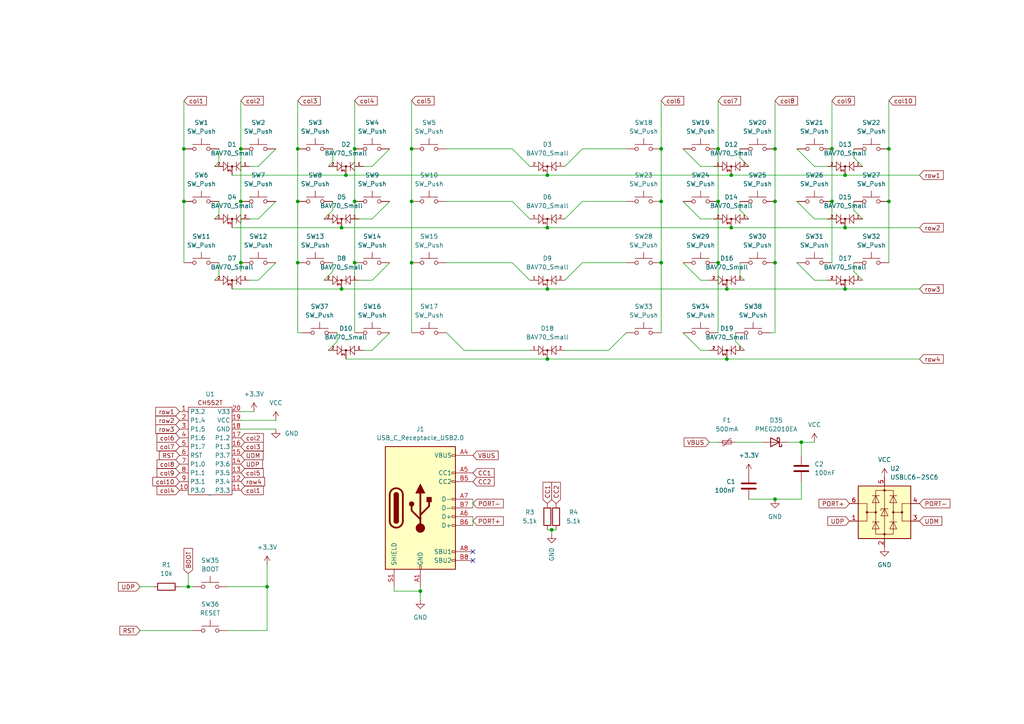
<source format=kicad_sch>
(kicad_sch (version 20230121) (generator eeschema)
  (paper "A4")
  (lib_symbols
    (symbol "Connector:USB_C_Receptacle_USB2.0" (pin_names (offset 1.016))
      (property "Reference" "J" (at -10.16 19.05 0))
      (property "Value" "USB_C_Receptacle_USB2.0" (at 19.05 19.05 0))
      (symbol "USB_C_Receptacle_USB2.0_0_0"
        (rectangle (start -0.254 -17.78) (end 0.254 -16.764))
        (rectangle (start 10.16 -14.986) (end 9.144 -15.494))
        (rectangle (start 10.16 -12.446) (end 9.144 -12.954))
        (rectangle (start 10.16 -4.826) (end 9.144 -5.334))
        (rectangle (start 10.16 -2.286) (end 9.144 -2.794))
        (rectangle (start 10.16 0.254) (end 9.144 -0.254))
        (rectangle (start 10.16 2.794) (end 9.144 2.286))
        (rectangle (start 10.16 7.874) (end 9.144 7.366))
        (rectangle (start 10.16 10.414) (end 9.144 9.906))
        (rectangle (start 10.16 15.494) (end 9.144 14.986))
      )
      (symbol "USB_C_Receptacle_USB2.0_0_1"
        (rectangle (start -10.16 17.78) (end 10.16 -17.78) (stroke (width 0.254)) (fill (type background)))
        (arc (start -8.89 -3.81) (mid -6.985 -5.7067) (end -5.08 -3.81) (stroke (width 0.508)))
        (arc (start -7.62 -3.81) (mid -6.985 -4.4423) (end -6.35 -3.81) (stroke (width 0.254)))
        (arc (start -7.62 -3.81) (mid -6.985 -4.4423) (end -6.35 -3.81) (stroke (width 0.254)) (fill (type outline)))
        (rectangle (start -7.62 -3.81) (end -6.35 3.81) (stroke (width 0.254)) (fill (type outline)))
        (arc (start -6.35 3.81) (mid -6.985 4.4423) (end -7.62 3.81) (stroke (width 0.254)))
        (arc (start -6.35 3.81) (mid -6.985 4.4423) (end -7.62 3.81) (stroke (width 0.254)) (fill (type outline)))
        (arc (start -5.08 3.81) (mid -6.985 5.7067) (end -8.89 3.81) (stroke (width 0.508)))
        (circle (center -2.54 1.143) (radius 0.635) (stroke (width 0.254)) (fill (type outline)))
        (circle (center 0 -5.842) (radius 1.27) (fill (type outline)))
        (polyline (pts (xy -8.89 -3.81) (xy -8.89 3.81)) (stroke (width 0.508)))
        (polyline (pts (xy -5.08 3.81) (xy -5.08 -3.81)) (stroke (width 0.508)))
        (polyline (pts (xy 0 -5.842) (xy 0 4.318)) (stroke (width 0.508)))
        (polyline (pts (xy 0 -3.302) (xy -2.54 -0.762) (xy -2.54 0.508)) (stroke (width 0.508)))
        (polyline (pts (xy 0 -2.032) (xy 2.54 0.508) (xy 2.54 1.778)) (stroke (width 0.508)))
        (polyline (pts (xy -1.27 4.318) (xy 0 6.858) (xy 1.27 4.318) (xy -1.27 4.318)) (stroke (width 0.254)) (fill (type outline)))
        (rectangle (start 1.905 1.778) (end 3.175 3.048) (stroke (width 0.254)) (fill (type outline)))
      )
      (symbol "USB_C_Receptacle_USB2.0_1_1"
        (pin passive line (at 0 -22.86 90) (length 5.08) (name "GND") (number "A1"))
        (pin passive line (at 0 -22.86 90) (length 5.08) hide (name "GND") (number "A12"))
        (pin passive line (at 15.24 15.24 180) (length 5.08) (name "VBUS") (number "A4"))
        (pin bidirectional line (at 15.24 10.16 180) (length 5.08) (name "CC1") (number "A5"))
        (pin bidirectional line (at 15.24 -2.54 180) (length 5.08) (name "D+") (number "A6"))
        (pin bidirectional line (at 15.24 2.54 180) (length 5.08) (name "D-") (number "A7"))
        (pin bidirectional line (at 15.24 -12.7 180) (length 5.08) (name "SBU1") (number "A8"))
        (pin passive line (at 15.24 15.24 180) (length 5.08) hide (name "VBUS") (number "A9"))
        (pin passive line (at 0 -22.86 90) (length 5.08) hide (name "GND") (number "B1"))
        (pin passive line (at 0 -22.86 90) (length 5.08) hide (name "GND") (number "B12"))
        (pin passive line (at 15.24 15.24 180) (length 5.08) hide (name "VBUS") (number "B4"))
        (pin bidirectional line (at 15.24 7.62 180) (length 5.08) (name "CC2") (number "B5"))
        (pin bidirectional line (at 15.24 -5.08 180) (length 5.08) (name "D+") (number "B6"))
        (pin bidirectional line (at 15.24 0 180) (length 5.08) (name "D-") (number "B7"))
        (pin bidirectional line (at 15.24 -15.24 180) (length 5.08) (name "SBU2") (number "B8"))
        (pin passive line (at 15.24 15.24 180) (length 5.08) hide (name "VBUS") (number "B9"))
        (pin passive line (at -7.62 -22.86 90) (length 5.08) (name "SHIELD") (number "S1"))
      )
    )
    (symbol "Device:C" (pin_numbers hide) (pin_names (offset 0.254))
      (property "Reference" "C" (at 0.635 2.54 0))
      (property "Value" "C" (at 0.635 -2.54 0))
      (symbol "C_0_1"
        (polyline (pts (xy -2.032 -0.762) (xy 2.032 -0.762)) (stroke (width 0.508)))
        (polyline (pts (xy -2.032 0.762) (xy 2.032 0.762)) (stroke (width 0.508)))
      )
      (symbol "C_1_1"
        (pin passive line (at 0 3.81 270) (length 2.794) (name "~") (number "1"))
        (pin passive line (at 0 -3.81 90) (length 2.794) (name "~") (number "2"))
      )
    )
    (symbol "Device:D_Schottky" (pin_numbers hide) (pin_names (offset 1.016) hide)
      (property "Reference" "D" (at 0 2.54 0))
      (property "Value" "D_Schottky" (at 0 -2.54 0))
      (symbol "D_Schottky_0_1"
        (polyline (pts (xy 1.27 0) (xy -1.27 0)))
        (polyline (pts (xy 1.27 1.27) (xy 1.27 -1.27) (xy -1.27 0) (xy 1.27 1.27)) (stroke (width 0.254)))
        (polyline (pts (xy -1.905 0.635) (xy -1.905 1.27) (xy -1.27 1.27) (xy -1.27 -1.27) (xy -0.635 -1.27) (xy -0.635 -0.635)) (stroke (width 0.254)))
      )
      (symbol "D_Schottky_1_1"
        (pin passive line (at -3.81 0 0) (length 2.54) (name "K") (number "1"))
        (pin passive line (at 3.81 0 180) (length 2.54) (name "A") (number "2"))
      )
    )
    (symbol "Device:Polyfuse_Small" (pin_numbers hide) (pin_names (offset 0))
      (property "Reference" "F" (at -1.905 0 90))
      (property "Value" "Polyfuse_Small" (at 1.905 0 90))
      (symbol "Polyfuse_Small_0_1"
        (rectangle (start -0.508 1.27) (end 0.508 -1.27))
        (polyline (pts (xy 0 2.54) (xy 0 -2.54)))
        (polyline (pts (xy -1.016 1.27) (xy -1.016 0.762) (xy 1.016 -0.762) (xy 1.016 -1.27)))
      )
      (symbol "Polyfuse_Small_1_1"
        (pin passive line (at 0 2.54 270) (length 0.635) (name "~") (number "1"))
        (pin passive line (at 0 -2.54 90) (length 0.635) (name "~") (number "2"))
      )
    )
    (symbol "Device:R" (pin_numbers hide) (pin_names (offset 0))
      (property "Reference" "R" (at 2.032 0 90))
      (property "Value" "R" (at 0 0 90))
      (symbol "R_0_1"
        (rectangle (start -1.016 -2.54) (end 1.016 2.54) (stroke (width 0.254)))
      )
      (symbol "R_1_1"
        (pin passive line (at 0 3.81 270) (length 1.27) (name "~") (number "1"))
        (pin passive line (at 0 -3.81 90) (length 1.27) (name "~") (number "2"))
      )
    )
    (symbol "PCM_marbastlib-various:BAV70_Small" (pin_names (offset 0.762) hide)
      (property "Reference" "D" (at 0.635 -2.54 0))
      (property "Value" "BAV70_Small" (at 0 2.54 0))
      (symbol "BAV70_Small_0_1"
        (polyline (pts (xy -1.27 1.27) (xy -1.27 -1.27)))
        (polyline (pts (xy 1.27 0) (xy -1.27 0)))
        (polyline (pts (xy 1.27 1.27) (xy 1.27 -1.27)))
        (polyline (pts (xy -2.54 1.27) (xy -2.54 -1.27) (xy -1.27 0) (xy -2.54 1.27)))
        (polyline (pts (xy 2.54 1.27) (xy 2.54 -1.27) (xy 1.27 0) (xy 2.54 1.27)))
        (circle (center 0 0) (radius 0.254) (fill (type outline)))
      )
      (symbol "BAV70_Small_1_1"
        (pin input line (at -5.08 0 0) (length 2.54) (name "A1") (number "1"))
        (pin input line (at 5.08 0 180) (length 2.54) (name "A2") (number "2"))
        (pin passive line (at 0 -2.54 90) (length 2.54) (name "K") (number "3"))
      )
    )
    (symbol "Power_Protection:USBLC6-2SC6" (pin_names hide)
      (property "Reference" "U" (at 2.54 8.89 0))
      (property "Value" "USBLC6-2SC6" (at 2.54 -8.89 0))
      (symbol "USBLC6-2SC6_0_1"
        (rectangle (start -7.62 -7.62) (end 7.62 7.62) (stroke (width 0.254)) (fill (type background)))
        (circle (center -5.08 0) (radius 0.254) (fill (type outline)))
        (circle (center -2.54 0) (radius 0.254) (fill (type outline)))
        (rectangle (start -2.54 6.35) (end 2.54 -6.35))
        (circle (center 0 -6.35) (radius 0.254) (fill (type outline)))
        (polyline (pts (xy -5.08 -2.54) (xy -7.62 -2.54)))
        (polyline (pts (xy -5.08 0) (xy -5.08 -2.54)))
        (polyline (pts (xy -5.08 2.54) (xy -7.62 2.54)))
        (polyline (pts (xy -1.524 -2.794) (xy -3.556 -2.794)))
        (polyline (pts (xy -1.524 4.826) (xy -3.556 4.826)))
        (polyline (pts (xy 0 -7.62) (xy 0 -6.35)))
        (polyline (pts (xy 0 -6.35) (xy 0 1.27)))
        (polyline (pts (xy 0 1.27) (xy 0 6.35)))
        (polyline (pts (xy 0 6.35) (xy 0 7.62)))
        (polyline (pts (xy 1.524 -2.794) (xy 3.556 -2.794)))
        (polyline (pts (xy 1.524 4.826) (xy 3.556 4.826)))
        (polyline (pts (xy 5.08 -2.54) (xy 7.62 -2.54)))
        (polyline (pts (xy 5.08 0) (xy 5.08 -2.54)))
        (polyline (pts (xy 5.08 2.54) (xy 7.62 2.54)))
        (polyline (pts (xy -2.54 0) (xy -5.08 0) (xy -5.08 2.54)))
        (polyline (pts (xy 2.54 0) (xy 5.08 0) (xy 5.08 2.54)))
        (polyline (pts (xy -3.556 -4.826) (xy -1.524 -4.826) (xy -2.54 -2.794) (xy -3.556 -4.826)))
        (polyline (pts (xy -3.556 2.794) (xy -1.524 2.794) (xy -2.54 4.826) (xy -3.556 2.794)))
        (polyline (pts (xy -1.016 -1.016) (xy 1.016 -1.016) (xy 0 1.016) (xy -1.016 -1.016)))
        (polyline (pts (xy 1.016 1.016) (xy 0.762 1.016) (xy -1.016 1.016) (xy -1.016 0.508)))
        (polyline (pts (xy 3.556 -4.826) (xy 1.524 -4.826) (xy 2.54 -2.794) (xy 3.556 -4.826)))
        (polyline (pts (xy 3.556 2.794) (xy 1.524 2.794) (xy 2.54 4.826) (xy 3.556 2.794)))
        (circle (center 0 6.35) (radius 0.254) (fill (type outline)))
        (circle (center 2.54 0) (radius 0.254) (fill (type outline)))
        (circle (center 5.08 0) (radius 0.254) (fill (type outline)))
      )
      (symbol "USBLC6-2SC6_1_1"
        (pin passive line (at -10.16 -2.54 0) (length 2.54) (name "I/O1") (number "1"))
        (pin passive line (at 0 -10.16 90) (length 2.54) (name "GND") (number "2"))
        (pin passive line (at 10.16 -2.54 180) (length 2.54) (name "I/O2") (number "3"))
        (pin passive line (at 10.16 2.54 180) (length 2.54) (name "I/O2") (number "4"))
        (pin passive line (at 0 10.16 270) (length 2.54) (name "VBUS") (number "5"))
        (pin passive line (at -10.16 2.54 0) (length 2.54) (name "I/O1") (number "6"))
      )
    )
    (symbol "Switch:SW_Push" (pin_numbers hide) (pin_names (offset 1.016) hide)
      (property "Reference" "SW" (at 1.27 2.54 0))
      (property "Value" "SW_Push" (at 0 -1.524 0))
      (symbol "SW_Push_0_1"
        (circle (center -2.032 0) (radius 0.508))
        (polyline (pts (xy 0 1.27) (xy 0 3.048)))
        (polyline (pts (xy 2.54 1.27) (xy -2.54 1.27)))
        (circle (center 2.032 0) (radius 0.508))
        (pin passive line (at -5.08 0 0) (length 2.54) (name "1") (number "1"))
        (pin passive line (at 5.08 0 180) (length 2.54) (name "2") (number "2"))
      )
    )
    (symbol "apfel:mcu_ch552t_tssop-20"
      (property "Reference" "U1" (at 0 16.51 0))
      (property "Value" "~" (at 0 -12.7 0))
      (symbol "mcu_ch552t_tssop-20_0_1"
        (rectangle (start -6.35 12.7) (end 6.35 -12.7))
      )
      (symbol "mcu_ch552t_tssop-20_1_1"
        (text "CH552T\n" (at 0 13.97 0) (effects (font (size 1.27 1.27))))
        (pin input line (at -8.89 11.43 0) (length 2.54) (name "P3.2") (number "1"))
        (pin input line (at -8.89 -11.43 0) (length 2.54) (name "P3.0") (number "10"))
        (pin input line (at 8.89 -11.43 180) (length 2.54) (name "P3.3") (number "11"))
        (pin input line (at 8.89 -8.89 180) (length 2.54) (name "P3.4") (number "12"))
        (pin input line (at 8.89 -6.35 180) (length 2.54) (name "P3.5") (number "13"))
        (pin input line (at 8.89 -3.81 180) (length 2.54) (name "P3.6") (number "14"))
        (pin input line (at 8.89 -1.27 180) (length 2.54) (name "P3.7") (number "15"))
        (pin input line (at 8.89 1.27 180) (length 2.54) (name "P1.3") (number "16"))
        (pin input line (at 8.89 3.81 180) (length 2.54) (name "P1.2") (number "17"))
        (pin input line (at 8.89 6.35 180) (length 2.54) (name "GND") (number "18"))
        (pin input line (at 8.89 8.89 180) (length 2.54) (name "VCC") (number "19"))
        (pin input line (at -8.89 8.89 0) (length 2.54) (name "P1.4") (number "2"))
        (pin input line (at 8.89 11.43 180) (length 2.54) (name "V33") (number "20"))
        (pin input line (at -8.89 6.35 0) (length 2.54) (name "P1.5") (number "3"))
        (pin input line (at -8.89 3.81 0) (length 2.54) (name "P1.6") (number "4"))
        (pin input line (at -8.89 1.27 0) (length 2.54) (name "P1.7") (number "5"))
        (pin input line (at -8.89 -1.27 0) (length 2.54) (name "RST") (number "6"))
        (pin input line (at -8.89 -3.81 0) (length 2.54) (name "P1.0") (number "7"))
        (pin input line (at -8.89 -6.35 0) (length 2.54) (name "P1.1") (number "8"))
        (pin input line (at -8.89 -8.89 0) (length 2.54) (name "P3.1") (number "9"))
      )
    )
    (symbol "power:+3.3V" (power) (pin_names (offset 0))
      (property "Value" "+3.3V" (at 0 3.556 0))
      (symbol "+3.3V_0_1"
        (polyline (pts (xy -0.762 1.27) (xy 0 2.54)))
        (polyline (pts (xy 0 0) (xy 0 2.54)))
        (polyline (pts (xy 0 2.54) (xy 0.762 1.27)))
      )
      (symbol "+3.3V_1_1"
        (pin power_in line (at 0 0 90) (length 0) hide (name "+3.3V") (number "1"))
      )
    )
    (symbol "power:GND" (power) (pin_names (offset 0))
      (property "Value" "GND" (at 0 -3.81 0))
      (symbol "GND_0_1"
        (polyline (pts (xy 0 0) (xy 0 -1.27) (xy 1.27 -1.27) (xy 0 -2.54) (xy -1.27 -1.27) (xy 0 -1.27)))
      )
      (symbol "GND_1_1"
        (pin power_in line (at 0 0 270) (length 0) hide (name "GND") (number "1"))
      )
    )
    (symbol "power:VCC" (power) (pin_names (offset 0))
      (property "Value" "VCC" (at 0 3.81 0))
      (symbol "VCC_0_1"
        (polyline (pts (xy -0.762 1.27) (xy 0 2.54)))
        (polyline (pts (xy 0 0) (xy 0 2.54)))
        (polyline (pts (xy 0 2.54) (xy 0.762 1.27)))
      )
      (symbol "VCC_1_1"
        (pin power_in line (at 0 0 90) (length 0) hide (name "VCC") (number "1"))
      )
    )
  )
  (junction (at 210.82 104.14))
  (junction (at 160.02 153.67))
  (junction (at 241.3 58.42))
  (junction (at 53.34 58.42))
  (junction (at 191.77 58.42))
  (junction (at 245.11 83.82))
  (junction (at 210.82 83.82))
  (junction (at 69.85 58.42))
  (junction (at 69.85 43.18))
  (junction (at 53.34 43.18))
  (junction (at 119.38 76.2))
  (junction (at 224.79 144.78))
  (junction (at 86.36 76.2))
  (junction (at 86.36 58.42))
  (junction (at 241.3 43.18))
  (junction (at 191.77 43.18))
  (junction (at 102.87 76.2))
  (junction (at 102.87 43.18))
  (junction (at 208.28 58.42))
  (junction (at 208.28 43.18))
  (junction (at 54.61 170.18))
  (junction (at 232.41 128.27))
  (junction (at 158.75 104.14))
  (junction (at 224.79 76.2))
  (junction (at 69.85 76.2))
  (junction (at 224.79 58.42))
  (junction (at 191.77 76.2))
  (junction (at 119.38 43.18))
  (junction (at 99.06 83.82))
  (junction (at 86.36 43.18))
  (junction (at 212.09 50.8))
  (junction (at 158.75 83.82))
  (junction (at 102.87 58.42))
  (junction (at 100.33 50.8))
  (junction (at 245.11 50.8))
  (junction (at 158.75 50.8))
  (junction (at 158.75 66.04))
  (junction (at 245.11 66.04))
  (junction (at 257.81 43.18))
  (junction (at 208.28 76.2))
  (junction (at 257.81 58.42))
  (junction (at 77.47 170.18))
  (junction (at 224.79 43.18))
  (junction (at 212.09 66.04))
  (junction (at 99.06 66.04))
  (junction (at 121.92 171.45))
  (junction (at 119.38 58.42))
  (no_connect (at 137.16 160.02))
  (no_connect (at 137.16 162.56))
  (wire (pts (xy 247.65 60.96) (xy 250.19 63.5)))
  (wire (pts (xy 129.54 76.2) (xy 148.59 76.2)))
  (wire (pts (xy 72.39 81.28) (xy 74.93 81.28)))
  (wire (pts (xy 77.47 170.18) (xy 77.47 182.88)))
  (wire (pts (xy 102.87 43.18) (xy 102.87 58.42)))
  (wire (pts (xy 69.85 29.21) (xy 69.85 43.18)))
  (wire (pts (xy 107.95 81.28) (xy 113.03 76.2)))
  (wire (pts (xy 63.5 80.01) (xy 62.23 81.28)))
  (wire (pts (xy 213.36 96.52) (xy 213.36 99.06)))
  (wire (pts (xy 102.87 76.2) (xy 102.87 96.52)))
  (wire (pts (xy 69.85 121.92) (xy 80.01 121.92)))
  (wire (pts (xy 240.03 63.5) (xy 236.22 63.5)))
  (wire (pts (xy 241.3 29.21) (xy 241.3 43.18)))
  (wire (pts (xy 168.91 58.42) (xy 181.61 58.42)))
  (wire (pts (xy 214.63 45.72) (xy 217.17 48.26)))
  (wire (pts (xy 210.82 104.14) (xy 266.7 104.14)))
  (wire (pts (xy 158.75 83.82) (xy 210.82 83.82)))
  (wire (pts (xy 77.47 163.83) (xy 77.47 170.18)))
  (wire (pts (xy 54.61 170.18) (xy 55.88 170.18)))
  (wire (pts (xy 247.65 78.74) (xy 250.19 81.28)))
  (wire (pts (xy 100.33 104.14) (xy 158.75 104.14)))
  (wire (pts (xy 257.81 29.21) (xy 257.81 43.18)))
  (wire (pts (xy 207.01 63.5) (xy 203.2 63.5)))
  (wire (pts (xy 176.53 101.6) (xy 181.61 96.52)))
  (wire (pts (xy 96.52 76.2) (xy 96.52 78.74)))
  (wire (pts (xy 63.5 58.42) (xy 63.5 62.23)))
  (wire (pts (xy 160.02 153.67) (xy 160.02 154.94)))
  (wire (pts (xy 80.01 124.46) (xy 69.85 124.46)))
  (wire (pts (xy 214.63 60.96) (xy 217.17 63.5)))
  (wire (pts (xy 40.64 182.88) (xy 55.88 182.88)))
  (wire (pts (xy 53.34 58.42) (xy 53.34 76.2)))
  (wire (pts (xy 245.11 50.8) (xy 266.7 50.8)))
  (wire (pts (xy 96.52 43.18) (xy 96.52 46.99)))
  (wire (pts (xy 214.63 76.2) (xy 214.63 80.01)))
  (wire (pts (xy 191.77 58.42) (xy 191.77 76.2)))
  (wire (pts (xy 168.91 43.18) (xy 163.83 48.26)))
  (wire (pts (xy 208.28 58.42) (xy 208.28 76.2)))
  (wire (pts (xy 119.38 43.18) (xy 119.38 58.42)))
  (wire (pts (xy 86.36 29.21) (xy 86.36 43.18)))
  (wire (pts (xy 86.36 43.18) (xy 86.36 58.42)))
  (wire (pts (xy 212.09 50.8) (xy 245.11 50.8)))
  (wire (pts (xy 69.85 119.38) (xy 73.66 119.38)))
  (wire (pts (xy 205.74 101.6) (xy 203.2 101.6)))
  (wire (pts (xy 158.75 50.8) (xy 212.09 50.8)))
  (wire (pts (xy 53.34 43.18) (xy 53.34 58.42)))
  (wire (pts (xy 224.79 76.2) (xy 224.79 96.52)))
  (wire (pts (xy 203.2 48.26) (xy 198.12 43.18)))
  (wire (pts (xy 247.65 45.72) (xy 250.19 48.26)))
  (wire (pts (xy 121.92 170.18) (xy 121.92 171.45)))
  (wire (pts (xy 102.87 29.21) (xy 102.87 43.18)))
  (wire (pts (xy 99.06 66.04) (xy 158.75 66.04)))
  (wire (pts (xy 67.31 66.04) (xy 99.06 66.04)))
  (wire (pts (xy 210.82 83.82) (xy 245.11 83.82)))
  (wire (pts (xy 97.79 96.52) (xy 97.79 99.06)))
  (wire (pts (xy 203.2 63.5) (xy 198.12 58.42)))
  (wire (pts (xy 107.95 101.6) (xy 113.03 96.52)))
  (wire (pts (xy 86.36 58.42) (xy 86.36 76.2)))
  (wire (pts (xy 119.38 29.21) (xy 119.38 43.18)))
  (wire (pts (xy 168.91 76.2) (xy 181.61 76.2)))
  (wire (pts (xy 96.52 60.96) (xy 93.98 63.5)))
  (wire (pts (xy 257.81 43.18) (xy 257.81 58.42)))
  (wire (pts (xy 205.74 81.28) (xy 203.2 81.28)))
  (wire (pts (xy 228.6 128.27) (xy 232.41 128.27)))
  (wire (pts (xy 214.63 80.01) (xy 215.9 81.28)))
  (wire (pts (xy 214.63 43.18) (xy 214.63 45.72)))
  (wire (pts (xy 114.3 171.45) (xy 121.92 171.45)))
  (wire (pts (xy 96.52 58.42) (xy 96.52 60.96)))
  (wire (pts (xy 168.91 43.18) (xy 181.61 43.18)))
  (wire (pts (xy 129.54 43.18) (xy 148.59 43.18)))
  (wire (pts (xy 96.52 46.99) (xy 95.25 48.26)))
  (wire (pts (xy 40.64 170.18) (xy 44.45 170.18)))
  (wire (pts (xy 148.59 58.42) (xy 153.67 63.5)))
  (wire (pts (xy 74.93 81.28) (xy 80.01 76.2)))
  (wire (pts (xy 74.93 63.5) (xy 80.01 58.42)))
  (wire (pts (xy 217.17 144.78) (xy 224.79 144.78)))
  (wire (pts (xy 168.91 76.2) (xy 163.83 81.28)))
  (wire (pts (xy 69.85 76.2) (xy 69.85 78.74)))
  (wire (pts (xy 121.92 171.45) (xy 121.92 173.99)))
  (wire (pts (xy 224.79 58.42) (xy 224.79 76.2)))
  (wire (pts (xy 54.61 166.37) (xy 54.61 170.18)))
  (wire (pts (xy 224.79 43.18) (xy 224.79 58.42)))
  (wire (pts (xy 114.3 170.18) (xy 114.3 171.45)))
  (wire (pts (xy 105.41 101.6) (xy 107.95 101.6)))
  (wire (pts (xy 77.47 182.88) (xy 66.04 182.88)))
  (wire (pts (xy 240.03 48.26) (xy 236.22 48.26)))
  (wire (pts (xy 236.22 48.26) (xy 231.14 43.18)))
  (wire (pts (xy 63.5 76.2) (xy 63.5 80.01)))
  (wire (pts (xy 163.83 101.6) (xy 176.53 101.6)))
  (wire (pts (xy 203.2 101.6) (xy 198.12 96.52)))
  (wire (pts (xy 107.95 63.5) (xy 113.03 58.42)))
  (wire (pts (xy 247.65 76.2) (xy 247.65 78.74)))
  (wire (pts (xy 52.07 170.18) (xy 54.61 170.18)))
  (wire (pts (xy 63.5 43.18) (xy 63.5 46.99)))
  (wire (pts (xy 208.28 29.21) (xy 208.28 43.18)))
  (wire (pts (xy 119.38 58.42) (xy 119.38 76.2)))
  (wire (pts (xy 241.3 58.42) (xy 241.3 76.2)))
  (wire (pts (xy 240.03 81.28) (xy 236.22 81.28)))
  (wire (pts (xy 86.36 96.52) (xy 87.63 96.52)))
  (wire (pts (xy 137.16 144.78) (xy 137.16 147.32)))
  (wire (pts (xy 105.41 48.26) (xy 107.95 48.26)))
  (wire (pts (xy 241.3 43.18) (xy 241.3 58.42)))
  (wire (pts (xy 208.28 43.18) (xy 208.28 58.42)))
  (wire (pts (xy 224.79 144.78) (xy 232.41 144.78)))
  (wire (pts (xy 158.75 104.14) (xy 210.82 104.14)))
  (wire (pts (xy 137.16 149.86) (xy 137.16 152.4)))
  (wire (pts (xy 99.06 83.82) (xy 158.75 83.82)))
  (wire (pts (xy 69.85 43.18) (xy 69.85 58.42)))
  (wire (pts (xy 213.36 99.06) (xy 215.9 101.6)))
  (wire (pts (xy 232.41 128.27) (xy 236.22 128.27)))
  (wire (pts (xy 213.36 128.27) (xy 220.98 128.27)))
  (wire (pts (xy 86.36 76.2) (xy 86.36 96.52)))
  (wire (pts (xy 168.91 58.42) (xy 163.83 63.5)))
  (wire (pts (xy 72.39 63.5) (xy 74.93 63.5)))
  (wire (pts (xy 104.14 63.5) (xy 107.95 63.5)))
  (wire (pts (xy 97.79 99.06) (xy 95.25 101.6)))
  (wire (pts (xy 208.28 76.2) (xy 208.28 96.52)))
  (wire (pts (xy 236.22 81.28) (xy 231.14 76.2)))
  (wire (pts (xy 158.75 66.04) (xy 212.09 66.04)))
  (wire (pts (xy 129.54 58.42) (xy 148.59 58.42)))
  (wire (pts (xy 96.52 78.74) (xy 93.98 81.28)))
  (wire (pts (xy 224.79 29.21) (xy 224.79 43.18)))
  (wire (pts (xy 212.09 66.04) (xy 245.11 66.04)))
  (wire (pts (xy 247.65 58.42) (xy 247.65 60.96)))
  (wire (pts (xy 232.41 144.78) (xy 232.41 139.7)))
  (wire (pts (xy 74.93 48.26) (xy 80.01 43.18)))
  (wire (pts (xy 191.77 29.21) (xy 191.77 43.18)))
  (wire (pts (xy 191.77 76.2) (xy 191.77 96.52)))
  (wire (pts (xy 67.31 83.82) (xy 99.06 83.82)))
  (wire (pts (xy 102.87 58.42) (xy 102.87 76.2)))
  (wire (pts (xy 53.34 29.21) (xy 53.34 43.18)))
  (wire (pts (xy 257.81 58.42) (xy 257.81 76.2)))
  (wire (pts (xy 148.59 43.18) (xy 153.67 48.26)))
  (wire (pts (xy 69.85 58.42) (xy 69.85 76.2)))
  (wire (pts (xy 158.75 153.67) (xy 160.02 153.67)))
  (wire (pts (xy 205.74 128.27) (xy 208.28 128.27)))
  (wire (pts (xy 100.33 50.8) (xy 158.75 50.8)))
  (wire (pts (xy 107.95 48.26) (xy 113.03 43.18)))
  (wire (pts (xy 247.65 43.18) (xy 247.65 45.72)))
  (wire (pts (xy 214.63 58.42) (xy 214.63 60.96)))
  (wire (pts (xy 63.5 46.99) (xy 62.23 48.26)))
  (wire (pts (xy 236.22 63.5) (xy 231.14 58.42)))
  (wire (pts (xy 72.39 48.26) (xy 74.93 48.26)))
  (wire (pts (xy 104.14 81.28) (xy 107.95 81.28)))
  (wire (pts (xy 232.41 128.27) (xy 232.41 132.08)))
  (wire (pts (xy 67.31 50.8) (xy 100.33 50.8)))
  (wire (pts (xy 66.04 170.18) (xy 77.47 170.18)))
  (wire (pts (xy 245.11 66.04) (xy 266.7 66.04)))
  (wire (pts (xy 207.01 48.26) (xy 203.2 48.26)))
  (wire (pts (xy 223.52 96.52) (xy 224.79 96.52)))
  (wire (pts (xy 160.02 153.67) (xy 161.29 153.67)))
  (wire (pts (xy 203.2 81.28) (xy 198.12 76.2)))
  (wire (pts (xy 119.38 76.2) (xy 119.38 96.52)))
  (wire (pts (xy 63.5 62.23) (xy 62.23 63.5)))
  (wire (pts (xy 148.59 76.2) (xy 153.67 81.28)))
  (wire (pts (xy 134.62 101.6) (xy 129.54 96.52)))
  (wire (pts (xy 245.11 83.82) (xy 266.7 83.82)))
  (wire (pts (xy 191.77 43.18) (xy 191.77 58.42)))
  (wire (pts (xy 153.67 101.6) (xy 134.62 101.6)))
  (global_label "col10" (shape input) (at 257.81 29.21 0) (property "Intersheetrefs" "${INTERSHEET_REFS}" (effects hide)))
  (global_label "RST" (shape input) (at 52.07 132.08 180) (property "Intersheetrefs" "${INTERSHEET_REFS}" (effects hide)))
  (global_label "UDP" (shape input) (at 246.38 151.13 180) (property "Intersheetrefs" "${INTERSHEET_REFS}" (effects hide)))
  (global_label "VBUS" (shape input) (at 205.74 128.27 180) (property "Intersheetrefs" "${INTERSHEET_REFS}" (effects hide)))
  (global_label "col4" (shape input) (at 102.87 29.21 0) (property "Intersheetrefs" "${INTERSHEET_REFS}" (effects hide)))
  (global_label "PORT+" (shape input) (at 137.16 151.13 0) (property "Intersheetrefs" "${INTERSHEET_REFS}" (effects hide)))
  (global_label "row2" (shape input) (at 52.07 121.92 180) (property "Intersheetrefs" "${INTERSHEET_REFS}" (effects hide)))
  (global_label "col9" (shape input) (at 241.3 29.21 0) (property "Intersheetrefs" "${INTERSHEET_REFS}" (effects hide)))
  (global_label "col7" (shape input) (at 208.28 29.21 0) (property "Intersheetrefs" "${INTERSHEET_REFS}" (effects hide)))
  (global_label "col2" (shape input) (at 69.85 127 0) (property "Intersheetrefs" "${INTERSHEET_REFS}" (effects hide)))
  (global_label "col6" (shape input) (at 52.07 127 180) (property "Intersheetrefs" "${INTERSHEET_REFS}" (effects hide)))
  (global_label "col1" (shape input) (at 69.85 142.24 0) (property "Intersheetrefs" "${INTERSHEET_REFS}" (effects hide)))
  (global_label "col8" (shape input) (at 224.79 29.21 0) (property "Intersheetrefs" "${INTERSHEET_REFS}" (effects hide)))
  (global_label "col3" (shape input) (at 69.85 129.54 0) (property "Intersheetrefs" "${INTERSHEET_REFS}" (effects hide)))
  (global_label "UDM" (shape input) (at 69.85 132.08 0) (property "Intersheetrefs" "${INTERSHEET_REFS}" (effects hide)))
  (global_label "row1" (shape input) (at 52.07 119.38 180) (property "Intersheetrefs" "${INTERSHEET_REFS}" (effects hide)))
  (global_label "row4" (shape input) (at 266.7 104.14 0) (property "Intersheetrefs" "${INTERSHEET_REFS}" (effects hide)))
  (global_label "row4" (shape input) (at 69.85 139.7 0) (property "Intersheetrefs" "${INTERSHEET_REFS}" (effects hide)))
  (global_label "col1" (shape input) (at 53.34 29.21 0) (property "Intersheetrefs" "${INTERSHEET_REFS}" (effects hide)))
  (global_label "VBUS" (shape input) (at 137.16 132.08 0) (property "Intersheetrefs" "${INTERSHEET_REFS}" (effects hide)))
  (global_label "BOOT" (shape input) (at 54.61 166.37 90) (property "Intersheetrefs" "${INTERSHEET_REFS}" (effects hide)))
  (global_label "CC2" (shape input) (at 137.16 139.7 0) (property "Intersheetrefs" "${INTERSHEET_REFS}" (effects hide)))
  (global_label "col3" (shape input) (at 86.36 29.21 0) (property "Intersheetrefs" "${INTERSHEET_REFS}" (effects hide)))
  (global_label "col9" (shape input) (at 52.07 137.16 180) (property "Intersheetrefs" "${INTERSHEET_REFS}" (effects hide)))
  (global_label "row2" (shape input) (at 266.7 66.04 0) (property "Intersheetrefs" "${INTERSHEET_REFS}" (effects hide)))
  (global_label "row3" (shape input) (at 266.7 83.82 0) (property "Intersheetrefs" "${INTERSHEET_REFS}" (effects hide)))
  (global_label "col6" (shape input) (at 191.77 29.21 0) (property "Intersheetrefs" "${INTERSHEET_REFS}" (effects hide)))
  (global_label "UDP" (shape input) (at 40.64 170.18 180) (property "Intersheetrefs" "${INTERSHEET_REFS}" (effects hide)))
  (global_label "UDP" (shape input) (at 69.85 134.62 0) (property "Intersheetrefs" "${INTERSHEET_REFS}" (effects hide)))
  (global_label "col10" (shape input) (at 52.07 139.7 180) (property "Intersheetrefs" "${INTERSHEET_REFS}" (effects hide)))
  (global_label "UDM" (shape input) (at 266.7 151.13 0) (property "Intersheetrefs" "${INTERSHEET_REFS}" (effects hide)))
  (global_label "PORT-" (shape input) (at 137.16 146.05 0) (property "Intersheetrefs" "${INTERSHEET_REFS}" (effects hide)))
  (global_label "col4" (shape input) (at 52.07 142.24 180) (property "Intersheetrefs" "${INTERSHEET_REFS}" (effects hide)))
  (global_label "col2" (shape input) (at 69.85 29.21 0) (property "Intersheetrefs" "${INTERSHEET_REFS}" (effects hide)))
  (global_label "col5" (shape input) (at 119.38 29.21 0) (property "Intersheetrefs" "${INTERSHEET_REFS}" (effects hide)))
  (global_label "row3" (shape input) (at 52.07 124.46 180) (property "Intersheetrefs" "${INTERSHEET_REFS}" (effects hide)))
  (global_label "RST" (shape input) (at 40.64 182.88 180) (property "Intersheetrefs" "${INTERSHEET_REFS}" (effects hide)))
  (global_label "row1" (shape input) (at 266.7 50.8 0) (property "Intersheetrefs" "${INTERSHEET_REFS}" (effects hide)))
  (global_label "CC1" (shape input) (at 158.75 146.05 90) (property "Intersheetrefs" "${INTERSHEET_REFS}" (effects hide)))
  (global_label "CC2" (shape input) (at 161.29 146.05 90) (property "Intersheetrefs" "${INTERSHEET_REFS}" (effects hide)))
  (global_label "CC1" (shape input) (at 137.16 137.16 0) (property "Intersheetrefs" "${INTERSHEET_REFS}" (effects hide)))
  (global_label "col8" (shape input) (at 52.07 134.62 180) (property "Intersheetrefs" "${INTERSHEET_REFS}" (effects hide)))
  (global_label "PORT-" (shape input) (at 266.7 146.05 0) (property "Intersheetrefs" "${INTERSHEET_REFS}" (effects hide)))
  (global_label "PORT+" (shape input) (at 246.38 146.05 180) (property "Intersheetrefs" "${INTERSHEET_REFS}" (effects hide)))
  (global_label "col5" (shape input) (at 69.85 137.16 0) (property "Intersheetrefs" "${INTERSHEET_REFS}" (effects hide)))
  (global_label "col7" (shape input) (at 52.07 129.54 180) (property "Intersheetrefs" "${INTERSHEET_REFS}" (effects hide)))
  (symbol (lib_id "PCM_marbastlib-various:BAV70_Small") (at 212.09 48.26 0) (unit 1)
    (property "Reference" "D12" (at 212.09 41.91 0))
    (property "Value" "BAV70_Small" (at 212.09 44.45 0))
    (property "Footprint" "Package_TO_SOT_SMD:SOT-23" (effects hide))
    (property "Datasheet" "https://assets.nexperia.com/documents/data-sheet/BAV70_SER.pdf" (effects hide))
  )
  (symbol (lib_id "PCM_marbastlib-various:BAV70_Small") (at 245.11 63.5 0) (mirror y) (unit 1)
    (property "Reference" "D15" (at 245.11 57.15 0))
    (property "Value" "BAV70_Small" (at 245.11 59.69 0))
    (property "Footprint" "Package_TO_SOT_SMD:SOT-23" (effects hide))
    (property "Datasheet" "https://assets.nexperia.com/documents/data-sheet/BAV70_SER.pdf" (effects hide))
  )
  (symbol (lib_id "Switch:SW_Push") (at 107.95 96.52 0) (unit 1)
    (property "Reference" "SW16" (at 107.95 88.9 0))
    (property "Value" "SW_Push" (at 107.95 91.44 0))
    (property "Footprint" "s-ol:PG1350_hotswap" (effects hide))
  )
  (symbol (lib_id "PCM_marbastlib-various:BAV70_Small") (at 67.31 48.26 0) (mirror y) (unit 1)
    (property "Reference" "D1" (at 67.31 41.91 0))
    (property "Value" "BAV70_Small" (at 67.31 44.45 0))
    (property "Footprint" "Package_TO_SOT_SMD:SOT-23" (effects hide))
    (property "Datasheet" "https://assets.nexperia.com/documents/data-sheet/BAV70_SER.pdf" (effects hide))
  )
  (symbol (lib_id "Switch:SW_Push") (at 124.46 58.42 0) (unit 1)
    (property "Reference" "SW10" (at 124.46 50.8 0))
    (property "Value" "SW_Push" (at 124.46 53.34 0))
    (property "Footprint" "s-ol:PG1350_hotswap" (effects hide))
  )
  (symbol (lib_id "PCM_marbastlib-various:BAV70_Small") (at 158.75 63.5 0) (unit 1)
    (property "Reference" "D6" (at 158.75 57.15 0))
    (property "Value" "BAV70_Small" (at 158.75 59.69 0))
    (property "Footprint" "Package_TO_SOT_SMD:SOT-23" (effects hide))
    (property "Datasheet" "https://assets.nexperia.com/documents/data-sheet/BAV70_SER.pdf" (effects hide))
  )
  (symbol (lib_id "power:GND") (at 256.54 158.75 0) (unit 1)
    (property "Reference" "#PWR09" (effects hide))
    (property "Value" "GND" (at 256.54 163.83 0))
  )
  (symbol (lib_id "Switch:SW_Push") (at 186.69 96.52 0) (unit 1)
    (property "Reference" "SW33" (at 186.69 88.9 0))
    (property "Value" "SW_Push" (at 186.69 91.44 0))
    (property "Footprint" "s-ol:PG1350_hotswap" (effects hide))
  )
  (symbol (lib_id "Switch:SW_Push") (at 236.22 58.42 0) (unit 1)
    (property "Reference" "SW26" (at 236.22 50.8 0))
    (property "Value" "SW_Push" (at 236.22 53.34 0))
    (property "Footprint" "s-ol:PG1350_hotswap" (effects hide))
  )
  (symbol (lib_id "power:GND") (at 121.92 173.99 0) (unit 1)
    (property "Reference" "#PWR05" (effects hide))
    (property "Value" "GND" (at 121.92 179.07 0))
  )
  (symbol (lib_id "PCM_marbastlib-various:BAV70_Small") (at 158.75 101.6 0) (unit 1)
    (property "Reference" "D18" (at 158.75 95.25 0))
    (property "Value" "BAV70_Small" (at 158.75 97.79 0))
    (property "Footprint" "Package_TO_SOT_SMD:SOT-23" (effects hide))
    (property "Datasheet" "https://assets.nexperia.com/documents/data-sheet/BAV70_SER.pdf" (effects hide))
  )
  (symbol (lib_id "PCM_marbastlib-various:BAV70_Small") (at 245.11 81.28 0) (mirror y) (unit 1)
    (property "Reference" "D17" (at 245.11 74.93 0))
    (property "Value" "BAV70_Small" (at 245.11 77.47 0))
    (property "Footprint" "Package_TO_SOT_SMD:SOT-23" (effects hide))
    (property "Datasheet" "https://assets.nexperia.com/documents/data-sheet/BAV70_SER.pdf" (effects hide))
  )
  (symbol (lib_id "Switch:SW_Push") (at 203.2 76.2 0) (unit 1)
    (property "Reference" "SW29" (at 203.2 68.58 0))
    (property "Value" "SW_Push" (at 203.2 71.12 0))
    (property "Footprint" "s-ol:PG1350_hotswap" (effects hide))
  )
  (symbol (lib_id "Switch:SW_Push") (at 124.46 96.52 0) (unit 1)
    (property "Reference" "SW17" (at 124.46 88.9 0))
    (property "Value" "SW_Push" (at 124.46 91.44 0))
    (property "Footprint" "s-ol:PG1350_hotswap" (effects hide))
  )
  (symbol (lib_id "Device:C") (at 232.41 135.89 0) (unit 1)
    (property "Reference" "C2" (at 236.22 134.62 0) (effects (justify left)))
    (property "Value" "100nF" (at 236.22 137.16 0) (effects (justify left)))
    (property "Footprint" "Capacitor_SMD:C_0603_1608Metric_Pad1.08x0.95mm_HandSolder" (effects hide))
  )
  (symbol (lib_id "Switch:SW_Push") (at 107.95 76.2 0) (unit 1)
    (property "Reference" "SW14" (at 107.95 68.58 0))
    (property "Value" "SW_Push" (at 107.95 71.12 0))
    (property "Footprint" "s-ol:PG1350_hotswap" (effects hide))
  )
  (symbol (lib_id "Switch:SW_Push") (at 74.93 76.2 0) (unit 1)
    (property "Reference" "SW12" (at 74.93 68.58 0))
    (property "Value" "SW_Push" (at 74.93 71.12 0))
    (property "Footprint" "s-ol:PG1350_hotswap" (effects hide))
  )
  (symbol (lib_id "PCM_marbastlib-various:BAV70_Small") (at 158.75 81.28 0) (unit 1)
    (property "Reference" "D9" (at 158.75 74.93 0))
    (property "Value" "BAV70_Small" (at 158.75 77.47 0))
    (property "Footprint" "Package_TO_SOT_SMD:SOT-23" (effects hide))
    (property "Datasheet" "https://assets.nexperia.com/documents/data-sheet/BAV70_SER.pdf" (effects hide))
  )
  (symbol (lib_id "Switch:SW_Push") (at 252.73 76.2 0) (unit 1)
    (property "Reference" "SW32" (at 252.73 68.58 0))
    (property "Value" "SW_Push" (at 252.73 71.12 0))
    (property "Footprint" "s-ol:PG1350_hotswap" (effects hide))
  )
  (symbol (lib_id "power:GND") (at 80.01 124.46 0) (unit 1)
    (property "Reference" "#PWR04" (effects hide))
    (property "Value" "GND" (at 82.55 125.73 0) (effects (justify left)))
  )
  (symbol (lib_id "Switch:SW_Push") (at 92.71 96.52 0) (unit 1)
    (property "Reference" "SW37" (at 92.71 88.9 0))
    (property "Value" "SW_Push" (at 92.71 91.44 0))
    (property "Footprint" "s-ol:PG1350_hotswap" (effects hide))
  )
  (symbol (lib_id "Switch:SW_Push") (at 74.93 58.42 0) (unit 1)
    (property "Reference" "SW7" (at 74.93 50.8 0))
    (property "Value" "SW_Push" (at 74.93 53.34 0))
    (property "Footprint" "s-ol:PG1350_hotswap" (effects hide))
  )
  (symbol (lib_id "Device:R") (at 158.75 149.86 0) (mirror y) (unit 1)
    (property "Reference" "R3" (at 153.67 148.59 0))
    (property "Value" "5.1k" (at 153.67 151.13 0))
    (property "Footprint" "Resistor_SMD:R_0603_1608Metric_Pad0.98x0.95mm_HandSolder" (effects hide))
  )
  (symbol (lib_id "Device:R") (at 161.29 149.86 0) (mirror y) (unit 1)
    (property "Reference" "R4" (at 166.37 148.59 0))
    (property "Value" "5.1k" (at 166.37 151.13 0))
    (property "Footprint" "Resistor_SMD:R_0603_1608Metric_Pad0.98x0.95mm_HandSolder" (effects hide))
  )
  (symbol (lib_id "PCM_marbastlib-various:BAV70_Small") (at 212.09 63.5 0) (mirror y) (unit 1)
    (property "Reference" "D14" (at 212.09 57.15 0))
    (property "Value" "BAV70_Small" (at 212.09 59.69 0))
    (property "Footprint" "Package_TO_SOT_SMD:SOT-23" (effects hide))
    (property "Datasheet" "https://assets.nexperia.com/documents/data-sheet/BAV70_SER.pdf" (effects hide))
  )
  (symbol (lib_id "PCM_marbastlib-various:BAV70_Small") (at 100.33 48.26 0) (mirror y) (unit 1)
    (property "Reference" "D2" (at 100.33 41.91 0))
    (property "Value" "BAV70_Small" (at 100.33 44.45 0))
    (property "Footprint" "Package_TO_SOT_SMD:SOT-23" (effects hide))
    (property "Datasheet" "https://assets.nexperia.com/documents/data-sheet/BAV70_SER.pdf" (effects hide))
  )
  (symbol (lib_id "Power_Protection:USBLC6-2SC6") (at 256.54 148.59 0) (unit 1)
    (property "Reference" "U2" (at 258.1911 135.89 0) (effects (justify left)))
    (property "Value" "USBLC6-2SC6" (at 258.1911 138.43 0) (effects (justify left)))
    (property "Footprint" "Package_TO_SOT_SMD:SOT-23-6" (effects hide))
    (property "Datasheet" "https://www.st.com/resource/en/datasheet/usblc6-2.pdf" (effects hide))
  )
  (symbol (lib_id "power:VCC") (at 236.22 128.27 0) (mirror y) (unit 1)
    (property "Reference" "#PWR011" (effects hide))
    (property "Value" "VCC" (at 236.22 123.19 0))
  )
  (symbol (lib_id "PCM_marbastlib-various:BAV70_Small") (at 158.75 48.26 0) (mirror y) (unit 1)
    (property "Reference" "D3" (at 158.75 41.91 0))
    (property "Value" "BAV70_Small" (at 158.75 44.45 0))
    (property "Footprint" "Package_TO_SOT_SMD:SOT-23" (effects hide))
    (property "Datasheet" "https://assets.nexperia.com/documents/data-sheet/BAV70_SER.pdf" (effects hide))
  )
  (symbol (lib_id "Device:C") (at 217.17 140.97 0) (unit 1)
    (property "Reference" "C1" (at 213.36 139.7 0) (effects (justify right)))
    (property "Value" "100nF" (at 213.36 142.24 0) (effects (justify right)))
    (property "Footprint" "Capacitor_SMD:C_0603_1608Metric_Pad1.08x0.95mm_HandSolder" (effects hide))
  )
  (symbol (lib_id "Switch:SW_Push") (at 236.22 43.18 0) (unit 1)
    (property "Reference" "SW21" (at 236.22 35.56 0))
    (property "Value" "SW_Push" (at 236.22 38.1 0))
    (property "Footprint" "s-ol:PG1350_hotswap" (effects hide))
  )
  (symbol (lib_id "Switch:SW_Push") (at 219.71 76.2 0) (unit 1)
    (property "Reference" "SW30" (at 219.71 68.58 0))
    (property "Value" "SW_Push" (at 219.71 71.12 0))
    (property "Footprint" "s-ol:PG1350_hotswap" (effects hide))
  )
  (symbol (lib_id "PCM_marbastlib-various:BAV70_Small") (at 210.82 81.28 0) (mirror y) (unit 1)
    (property "Reference" "D16" (at 210.82 74.93 0))
    (property "Value" "BAV70_Small" (at 210.82 77.47 0))
    (property "Footprint" "Package_TO_SOT_SMD:SOT-23" (effects hide))
    (property "Datasheet" "https://assets.nexperia.com/documents/data-sheet/BAV70_SER.pdf" (effects hide))
  )
  (symbol (lib_id "apfel:mcu_ch552t_tssop-20") (at 60.96 130.81 0) (unit 1)
    (property "Reference" "U1" (at 60.96 114.3 0))
    (property "Value" "~" (at 60.96 143.51 0))
    (property "Footprint" "Package_SO:TSSOP-20_4.4x6.5mm_P0.65mm" (effects hide))
  )
  (symbol (lib_id "Switch:SW_Push") (at 91.44 58.42 0) (unit 1)
    (property "Reference" "SW8" (at 91.44 50.8 0))
    (property "Value" "SW_Push" (at 91.44 53.34 0))
    (property "Footprint" "s-ol:PG1350_hotswap" (effects hide))
  )
  (symbol (lib_id "power:+3.3V") (at 217.17 137.16 0) (mirror y) (unit 1)
    (property "Reference" "#PWR07" (effects hide))
    (property "Value" "+3.3V" (at 217.17 132.08 0))
  )
  (symbol (lib_id "Connector:USB_C_Receptacle_USB2.0") (at 121.92 147.32 0) (unit 1)
    (property "Reference" "J1" (at 121.92 124.46 0))
    (property "Value" "USB_C_Receptacle_USB2.0" (at 121.92 127 0))
    (property "Footprint" "Connector_USB:USB_C_Receptacle_HRO_TYPE-C-31-M-12" (effects hide))
    (property "Datasheet" "https://www.usb.org/sites/default/files/documents/usb_type-c.zip" (effects hide))
  )
  (symbol (lib_id "power:GND") (at 160.02 154.94 0) (mirror y) (unit 1)
    (property "Reference" "#PWR06" (effects hide))
    (property "Value" "GND" (at 160.02 158.75 90) (effects (justify right)))
  )
  (symbol (lib_id "Switch:SW_Push") (at 203.2 58.42 0) (unit 1)
    (property "Reference" "SW24" (at 203.2 50.8 0))
    (property "Value" "SW_Push" (at 203.2 53.34 0))
    (property "Footprint" "s-ol:PG1350_hotswap" (effects hide))
  )
  (symbol (lib_id "Switch:SW_Push") (at 236.22 76.2 0) (unit 1)
    (property "Reference" "SW31" (at 236.22 68.58 0))
    (property "Value" "SW_Push" (at 236.22 71.12 0))
    (property "Footprint" "s-ol:PG1350_hotswap" (effects hide))
  )
  (symbol (lib_id "Device:Polyfuse_Small") (at 210.82 128.27 270) (unit 1)
    (property "Reference" "F1" (at 210.82 121.92 90))
    (property "Value" "500mA" (at 210.82 124.46 90))
    (property "Footprint" "Fuse:Fuse_0603_1608Metric_Pad1.05x0.95mm_HandSolder" (effects hide))
  )
  (symbol (lib_id "Switch:SW_Push") (at 58.42 43.18 0) (unit 1)
    (property "Reference" "SW1" (at 58.42 35.56 0))
    (property "Value" "SW_Push" (at 58.42 38.1 0))
    (property "Footprint" "s-ol:PG1350_hotswap" (effects hide))
  )
  (symbol (lib_id "PCM_marbastlib-various:BAV70_Small") (at 67.31 63.5 0) (unit 1)
    (property "Reference" "D4" (at 67.31 57.15 0))
    (property "Value" "BAV70_Small" (at 67.31 59.69 0))
    (property "Footprint" "Package_TO_SOT_SMD:SOT-23" (effects hide))
    (property "Datasheet" "https://assets.nexperia.com/documents/data-sheet/BAV70_SER.pdf" (effects hide))
  )
  (symbol (lib_id "power:VCC") (at 80.01 121.92 0) (unit 1)
    (property "Reference" "#PWR03" (effects hide))
    (property "Value" "VCC" (at 80.01 116.84 0))
  )
  (symbol (lib_id "Switch:SW_Push") (at 107.95 58.42 0) (unit 1)
    (property "Reference" "SW9" (at 107.95 50.8 0))
    (property "Value" "SW_Push" (at 107.95 53.34 0))
    (property "Footprint" "s-ol:PG1350_hotswap" (effects hide))
  )
  (symbol (lib_id "PCM_marbastlib-various:BAV70_Small") (at 99.06 81.28 0) (mirror y) (unit 1)
    (property "Reference" "D8" (at 99.06 74.93 0))
    (property "Value" "BAV70_Small" (at 99.06 77.47 0))
    (property "Footprint" "Package_TO_SOT_SMD:SOT-23" (effects hide))
    (property "Datasheet" "https://assets.nexperia.com/documents/data-sheet/BAV70_SER.pdf" (effects hide))
  )
  (symbol (lib_id "Switch:SW_Push") (at 252.73 43.18 0) (unit 1)
    (property "Reference" "SW22" (at 252.73 35.56 0))
    (property "Value" "SW_Push" (at 252.73 38.1 0))
    (property "Footprint" "s-ol:PG1350_hotswap" (effects hide))
  )
  (symbol (lib_id "Device:D_Schottky") (at 224.79 128.27 180) (unit 1)
    (property "Reference" "D35" (at 225.1075 121.92 0))
    (property "Value" "PMEG2010EA" (at 225.1075 124.46 0))
    (property "Footprint" "Diode_SMD:D_SOD-323_HandSoldering" (effects hide))
  )
  (symbol (lib_id "Switch:SW_Push") (at 60.96 182.88 0) (unit 1)
    (property "Reference" "SW36" (at 60.96 175.26 0))
    (property "Value" "RESET" (at 60.96 177.8 0))
    (property "Footprint" "Button_Switch_SMD:SW_Push_SPST_NO_Alps_SKRK" (effects hide))
  )
  (symbol (lib_id "Switch:SW_Push") (at 203.2 43.18 0) (unit 1)
    (property "Reference" "SW19" (at 203.2 35.56 0))
    (property "Value" "SW_Push" (at 203.2 38.1 0))
    (property "Footprint" "s-ol:PG1350_hotswap" (effects hide))
  )
  (symbol (lib_id "PCM_marbastlib-various:BAV70_Small") (at 245.11 48.26 0) (mirror y) (unit 1)
    (property "Reference" "D13" (at 245.11 41.91 0))
    (property "Value" "BAV70_Small" (at 245.11 44.45 0))
    (property "Footprint" "Package_TO_SOT_SMD:SOT-23" (effects hide))
    (property "Datasheet" "https://assets.nexperia.com/documents/data-sheet/BAV70_SER.pdf" (effects hide))
  )
  (symbol (lib_id "Switch:SW_Push") (at 58.42 76.2 0) (unit 1)
    (property "Reference" "SW11" (at 58.42 68.58 0))
    (property "Value" "SW_Push" (at 58.42 71.12 0))
    (property "Footprint" "s-ol:PG1350_hotswap" (effects hide))
  )
  (symbol (lib_id "PCM_marbastlib-various:BAV70_Small") (at 210.82 101.6 0) (mirror y) (unit 1)
    (property "Reference" "D19" (at 210.82 95.25 0))
    (property "Value" "BAV70_Small" (at 210.82 97.79 0))
    (property "Footprint" "Package_TO_SOT_SMD:SOT-23" (effects hide))
    (property "Datasheet" "https://assets.nexperia.com/documents/data-sheet/BAV70_SER.pdf" (effects hide))
  )
  (symbol (lib_id "Switch:SW_Push") (at 186.69 43.18 0) (unit 1)
    (property "Reference" "SW18" (at 186.69 35.56 0))
    (property "Value" "SW_Push" (at 186.69 38.1 0))
    (property "Footprint" "s-ol:PG1350_hotswap" (effects hide))
  )
  (symbol (lib_id "Switch:SW_Push") (at 219.71 58.42 0) (unit 1)
    (property "Reference" "SW25" (at 219.71 50.8 0))
    (property "Value" "SW_Push" (at 219.71 53.34 0))
    (property "Footprint" "s-ol:PG1350_hotswap" (effects hide))
  )
  (symbol (lib_id "Switch:SW_Push") (at 74.93 43.18 0) (unit 1)
    (property "Reference" "SW2" (at 74.93 35.56 0))
    (property "Value" "SW_Push" (at 74.93 38.1 0))
    (property "Footprint" "s-ol:PG1350_hotswap" (effects hide))
  )
  (symbol (lib_id "Switch:SW_Push") (at 186.69 76.2 0) (unit 1)
    (property "Reference" "SW28" (at 186.69 68.58 0))
    (property "Value" "SW_Push" (at 186.69 71.12 0))
    (property "Footprint" "s-ol:PG1350_hotswap" (effects hide))
  )
  (symbol (lib_id "PCM_marbastlib-various:BAV70_Small") (at 100.33 101.6 0) (mirror y) (unit 1)
    (property "Reference" "D10" (at 100.33 95.25 0))
    (property "Value" "BAV70_Small" (at 100.33 97.79 0))
    (property "Footprint" "Package_TO_SOT_SMD:SOT-23" (effects hide))
    (property "Datasheet" "https://assets.nexperia.com/documents/data-sheet/BAV70_SER.pdf" (effects hide))
  )
  (symbol (lib_id "Switch:SW_Push") (at 91.44 43.18 0) (unit 1)
    (property "Reference" "SW3" (at 91.44 35.56 0))
    (property "Value" "SW_Push" (at 91.44 38.1 0))
    (property "Footprint" "s-ol:PG1350_hotswap" (effects hide))
  )
  (symbol (lib_id "power:+3.3V") (at 77.47 163.83 0) (mirror y) (unit 1)
    (property "Reference" "#PWR02" (effects hide))
    (property "Value" "+3.3V" (at 77.47 158.75 0))
  )
  (symbol (lib_id "Switch:SW_Push") (at 218.44 96.52 0) (unit 1)
    (property "Reference" "SW38" (at 218.44 88.9 0))
    (property "Value" "SW_Push" (at 218.44 91.44 0))
    (property "Footprint" "s-ol:PG1350_hotswap" (effects hide))
  )
  (symbol (lib_id "Switch:SW_Push") (at 203.2 96.52 0) (unit 1)
    (property "Reference" "SW34" (at 203.2 88.9 0))
    (property "Value" "SW_Push" (at 203.2 91.44 0))
    (property "Footprint" "s-ol:PG1350_hotswap" (effects hide))
  )
  (symbol (lib_id "Switch:SW_Push") (at 58.42 58.42 0) (unit 1)
    (property "Reference" "SW6" (at 58.42 50.8 0))
    (property "Value" "SW_Push" (at 58.42 53.34 0))
    (property "Footprint" "s-ol:PG1350_hotswap" (effects hide))
  )
  (symbol (lib_id "Switch:SW_Push") (at 124.46 76.2 0) (unit 1)
    (property "Reference" "SW15" (at 124.46 68.58 0))
    (property "Value" "SW_Push" (at 124.46 71.12 0))
    (property "Footprint" "s-ol:PG1350_hotswap" (effects hide))
  )
  (symbol (lib_id "power:VCC") (at 256.54 138.43 0) (unit 1)
    (property "Reference" "#PWR08" (effects hide))
    (property "Value" "VCC" (at 256.54 133.35 0))
  )
  (symbol (lib_id "Switch:SW_Push") (at 107.95 43.18 0) (unit 1)
    (property "Reference" "SW4" (at 107.95 35.56 0))
    (property "Value" "SW_Push" (at 107.95 38.1 0))
    (property "Footprint" "s-ol:PG1350_hotswap" (effects hide))
  )
  (symbol (lib_id "PCM_marbastlib-various:BAV70_Small") (at 99.06 63.5 0) (mirror y) (unit 1)
    (property "Reference" "D5" (at 99.06 57.15 0))
    (property "Value" "BAV70_Small" (at 99.06 59.69 0))
    (property "Footprint" "Package_TO_SOT_SMD:SOT-23" (effects hide))
    (property "Datasheet" "https://assets.nexperia.com/documents/data-sheet/BAV70_SER.pdf" (effects hide))
  )
  (symbol (lib_id "Switch:SW_Push") (at 124.46 43.18 0) (unit 1)
    (property "Reference" "SW5" (at 124.46 35.56 0))
    (property "Value" "SW_Push" (at 124.46 38.1 0))
    (property "Footprint" "s-ol:PG1350_hotswap" (effects hide))
  )
  (symbol (lib_id "Switch:SW_Push") (at 60.96 170.18 0) (unit 1)
    (property "Reference" "SW35" (at 60.96 162.56 0))
    (property "Value" "BOOT" (at 60.96 165.1 0))
    (property "Footprint" "Button_Switch_SMD:SW_Push_SPST_NO_Alps_SKRK" (effects hide))
  )
  (symbol (lib_id "Switch:SW_Push") (at 186.69 58.42 0) (unit 1)
    (property "Reference" "SW23" (at 186.69 50.8 0))
    (property "Value" "SW_Push" (at 186.69 53.34 0))
    (property "Footprint" "s-ol:PG1350_hotswap" (effects hide))
  )
  (symbol (lib_id "Device:R") (at 48.26 170.18 90) (unit 1)
    (property "Reference" "R1" (at 48.26 163.83 90))
    (property "Value" "10k" (at 48.26 166.37 90))
    (property "Footprint" "Resistor_SMD:R_0603_1608Metric_Pad0.98x0.95mm_HandSolder" (effects hide))
  )
  (symbol (lib_id "Switch:SW_Push") (at 219.71 43.18 0) (unit 1)
    (property "Reference" "SW20" (at 219.71 35.56 0))
    (property "Value" "SW_Push" (at 219.71 38.1 0))
    (property "Footprint" "s-ol:PG1350_hotswap" (effects hide))
  )
  (symbol (lib_id "Switch:SW_Push") (at 91.44 76.2 0) (unit 1)
    (property "Reference" "SW13" (at 91.44 68.58 0))
    (property "Value" "SW_Push" (at 91.44 71.12 0))
    (property "Footprint" "s-ol:PG1350_hotswap" (effects hide))
  )
  (symbol (lib_id "power:GND") (at 224.79 144.78 0) (unit 1)
    (property "Reference" "#PWR010" (effects hide))
    (property "Value" "GND" (at 224.79 149.86 0))
  )
  (symbol (lib_id "Switch:SW_Push") (at 252.73 58.42 0) (unit 1)
    (property "Reference" "SW27" (at 252.73 50.8 0))
    (property "Value" "SW_Push" (at 252.73 53.34 0))
    (property "Footprint" "s-ol:PG1350_hotswap" (effects hide))
  )
  (symbol (lib_id "power:+3.3V") (at 73.66 119.38 0) (unit 1)
    (property "Reference" "#PWR01" (effects hide))
    (property "Value" "+3.3V" (at 73.66 114.3 0))
  )
  (symbol (lib_id "PCM_marbastlib-various:BAV70_Small") (at 67.31 81.28 0) (mirror y) (unit 1)
    (property "Reference" "D7" (at 67.31 74.93 0))
    (property "Value" "BAV70_Small" (at 67.31 77.47 0))
    (property "Footprint" "Package_TO_SOT_SMD:SOT-23" (effects hide))
    (property "Datasheet" "https://assets.nexperia.com/documents/data-sheet/BAV70_SER.pdf" (effects hide))
  )
)
</source>
